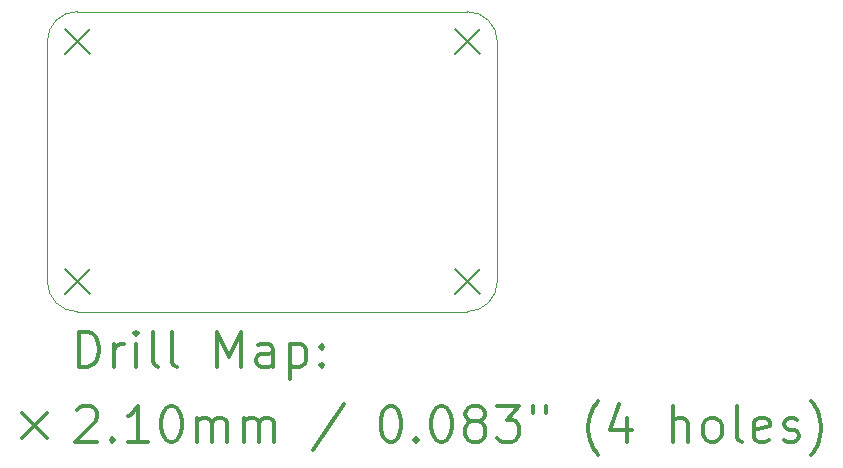
<source format=gbr>
%FSLAX45Y45*%
G04 Gerber Fmt 4.5, Leading zero omitted, Abs format (unit mm)*
G04 Created by KiCad (PCBNEW (2014-08-29 BZR 5106)-product) date Mon 17 Nov 2014 11:32:29 AM PST*
%MOMM*%
G01*
G04 APERTURE LIST*
%ADD10C,0.127000*%
%ADD11C,0.100000*%
%ADD12C,0.200000*%
%ADD13C,0.300000*%
G04 APERTURE END LIST*
D10*
D11*
X10414000Y-10160000D02*
X13716000Y-10160000D01*
X10160000Y-10414000D02*
X10160000Y-12446000D01*
X13970000Y-12446000D02*
X13970000Y-10414000D01*
X10414000Y-12700000D02*
X13716000Y-12700000D01*
X10414000Y-10160000D02*
G75*
G03X10160000Y-10414000I0J-254000D01*
G74*
G01*
X13970000Y-10414000D02*
G75*
G03X13716000Y-10160000I-254000J0D01*
G74*
G01*
X13716000Y-12700000D02*
G75*
G03X13970000Y-12446000I0J254000D01*
G74*
G01*
X10160000Y-12446000D02*
G75*
G03X10414000Y-12700000I254000J0D01*
G74*
G01*
D12*
X10309000Y-10309000D02*
X10519000Y-10519000D01*
X10519000Y-10309000D02*
X10309000Y-10519000D01*
X10309000Y-12341000D02*
X10519000Y-12551000D01*
X10519000Y-12341000D02*
X10309000Y-12551000D01*
X13611000Y-10309000D02*
X13821000Y-10519000D01*
X13821000Y-10309000D02*
X13611000Y-10519000D01*
X13611000Y-12341000D02*
X13821000Y-12551000D01*
X13821000Y-12341000D02*
X13611000Y-12551000D01*
D13*
X10426429Y-13170714D02*
X10426429Y-12870714D01*
X10497857Y-12870714D01*
X10540714Y-12885000D01*
X10569286Y-12913571D01*
X10583571Y-12942143D01*
X10597857Y-12999286D01*
X10597857Y-13042143D01*
X10583571Y-13099286D01*
X10569286Y-13127857D01*
X10540714Y-13156429D01*
X10497857Y-13170714D01*
X10426429Y-13170714D01*
X10726429Y-13170714D02*
X10726429Y-12970714D01*
X10726429Y-13027857D02*
X10740714Y-12999286D01*
X10755000Y-12985000D01*
X10783571Y-12970714D01*
X10812143Y-12970714D01*
X10912143Y-13170714D02*
X10912143Y-12970714D01*
X10912143Y-12870714D02*
X10897857Y-12885000D01*
X10912143Y-12899286D01*
X10926429Y-12885000D01*
X10912143Y-12870714D01*
X10912143Y-12899286D01*
X11097857Y-13170714D02*
X11069286Y-13156429D01*
X11055000Y-13127857D01*
X11055000Y-12870714D01*
X11255000Y-13170714D02*
X11226428Y-13156429D01*
X11212143Y-13127857D01*
X11212143Y-12870714D01*
X11597857Y-13170714D02*
X11597857Y-12870714D01*
X11697857Y-13085000D01*
X11797857Y-12870714D01*
X11797857Y-13170714D01*
X12069286Y-13170714D02*
X12069286Y-13013571D01*
X12055000Y-12985000D01*
X12026428Y-12970714D01*
X11969286Y-12970714D01*
X11940714Y-12985000D01*
X12069286Y-13156429D02*
X12040714Y-13170714D01*
X11969286Y-13170714D01*
X11940714Y-13156429D01*
X11926428Y-13127857D01*
X11926428Y-13099286D01*
X11940714Y-13070714D01*
X11969286Y-13056429D01*
X12040714Y-13056429D01*
X12069286Y-13042143D01*
X12212143Y-12970714D02*
X12212143Y-13270714D01*
X12212143Y-12985000D02*
X12240714Y-12970714D01*
X12297857Y-12970714D01*
X12326428Y-12985000D01*
X12340714Y-12999286D01*
X12355000Y-13027857D01*
X12355000Y-13113571D01*
X12340714Y-13142143D01*
X12326428Y-13156429D01*
X12297857Y-13170714D01*
X12240714Y-13170714D01*
X12212143Y-13156429D01*
X12483571Y-13142143D02*
X12497857Y-13156429D01*
X12483571Y-13170714D01*
X12469286Y-13156429D01*
X12483571Y-13142143D01*
X12483571Y-13170714D01*
X12483571Y-12985000D02*
X12497857Y-12999286D01*
X12483571Y-13013571D01*
X12469286Y-12999286D01*
X12483571Y-12985000D01*
X12483571Y-13013571D01*
X9945000Y-13560000D02*
X10155000Y-13770000D01*
X10155000Y-13560000D02*
X9945000Y-13770000D01*
X10412143Y-13529286D02*
X10426429Y-13515000D01*
X10455000Y-13500714D01*
X10526429Y-13500714D01*
X10555000Y-13515000D01*
X10569286Y-13529286D01*
X10583571Y-13557857D01*
X10583571Y-13586429D01*
X10569286Y-13629286D01*
X10397857Y-13800714D01*
X10583571Y-13800714D01*
X10712143Y-13772143D02*
X10726429Y-13786429D01*
X10712143Y-13800714D01*
X10697857Y-13786429D01*
X10712143Y-13772143D01*
X10712143Y-13800714D01*
X11012143Y-13800714D02*
X10840714Y-13800714D01*
X10926428Y-13800714D02*
X10926428Y-13500714D01*
X10897857Y-13543571D01*
X10869286Y-13572143D01*
X10840714Y-13586429D01*
X11197857Y-13500714D02*
X11226428Y-13500714D01*
X11255000Y-13515000D01*
X11269286Y-13529286D01*
X11283571Y-13557857D01*
X11297857Y-13615000D01*
X11297857Y-13686429D01*
X11283571Y-13743571D01*
X11269286Y-13772143D01*
X11255000Y-13786429D01*
X11226428Y-13800714D01*
X11197857Y-13800714D01*
X11169286Y-13786429D01*
X11155000Y-13772143D01*
X11140714Y-13743571D01*
X11126429Y-13686429D01*
X11126429Y-13615000D01*
X11140714Y-13557857D01*
X11155000Y-13529286D01*
X11169286Y-13515000D01*
X11197857Y-13500714D01*
X11426428Y-13800714D02*
X11426428Y-13600714D01*
X11426428Y-13629286D02*
X11440714Y-13615000D01*
X11469286Y-13600714D01*
X11512143Y-13600714D01*
X11540714Y-13615000D01*
X11555000Y-13643571D01*
X11555000Y-13800714D01*
X11555000Y-13643571D02*
X11569286Y-13615000D01*
X11597857Y-13600714D01*
X11640714Y-13600714D01*
X11669286Y-13615000D01*
X11683571Y-13643571D01*
X11683571Y-13800714D01*
X11826428Y-13800714D02*
X11826428Y-13600714D01*
X11826428Y-13629286D02*
X11840714Y-13615000D01*
X11869286Y-13600714D01*
X11912143Y-13600714D01*
X11940714Y-13615000D01*
X11955000Y-13643571D01*
X11955000Y-13800714D01*
X11955000Y-13643571D02*
X11969286Y-13615000D01*
X11997857Y-13600714D01*
X12040714Y-13600714D01*
X12069286Y-13615000D01*
X12083571Y-13643571D01*
X12083571Y-13800714D01*
X12669286Y-13486429D02*
X12412143Y-13872143D01*
X13055000Y-13500714D02*
X13083571Y-13500714D01*
X13112143Y-13515000D01*
X13126428Y-13529286D01*
X13140714Y-13557857D01*
X13155000Y-13615000D01*
X13155000Y-13686429D01*
X13140714Y-13743571D01*
X13126428Y-13772143D01*
X13112143Y-13786429D01*
X13083571Y-13800714D01*
X13055000Y-13800714D01*
X13026428Y-13786429D01*
X13012143Y-13772143D01*
X12997857Y-13743571D01*
X12983571Y-13686429D01*
X12983571Y-13615000D01*
X12997857Y-13557857D01*
X13012143Y-13529286D01*
X13026428Y-13515000D01*
X13055000Y-13500714D01*
X13283571Y-13772143D02*
X13297857Y-13786429D01*
X13283571Y-13800714D01*
X13269286Y-13786429D01*
X13283571Y-13772143D01*
X13283571Y-13800714D01*
X13483571Y-13500714D02*
X13512143Y-13500714D01*
X13540714Y-13515000D01*
X13555000Y-13529286D01*
X13569285Y-13557857D01*
X13583571Y-13615000D01*
X13583571Y-13686429D01*
X13569285Y-13743571D01*
X13555000Y-13772143D01*
X13540714Y-13786429D01*
X13512143Y-13800714D01*
X13483571Y-13800714D01*
X13455000Y-13786429D01*
X13440714Y-13772143D01*
X13426428Y-13743571D01*
X13412143Y-13686429D01*
X13412143Y-13615000D01*
X13426428Y-13557857D01*
X13440714Y-13529286D01*
X13455000Y-13515000D01*
X13483571Y-13500714D01*
X13755000Y-13629286D02*
X13726428Y-13615000D01*
X13712143Y-13600714D01*
X13697857Y-13572143D01*
X13697857Y-13557857D01*
X13712143Y-13529286D01*
X13726428Y-13515000D01*
X13755000Y-13500714D01*
X13812143Y-13500714D01*
X13840714Y-13515000D01*
X13855000Y-13529286D01*
X13869285Y-13557857D01*
X13869285Y-13572143D01*
X13855000Y-13600714D01*
X13840714Y-13615000D01*
X13812143Y-13629286D01*
X13755000Y-13629286D01*
X13726428Y-13643571D01*
X13712143Y-13657857D01*
X13697857Y-13686429D01*
X13697857Y-13743571D01*
X13712143Y-13772143D01*
X13726428Y-13786429D01*
X13755000Y-13800714D01*
X13812143Y-13800714D01*
X13840714Y-13786429D01*
X13855000Y-13772143D01*
X13869285Y-13743571D01*
X13869285Y-13686429D01*
X13855000Y-13657857D01*
X13840714Y-13643571D01*
X13812143Y-13629286D01*
X13969285Y-13500714D02*
X14155000Y-13500714D01*
X14055000Y-13615000D01*
X14097857Y-13615000D01*
X14126428Y-13629286D01*
X14140714Y-13643571D01*
X14155000Y-13672143D01*
X14155000Y-13743571D01*
X14140714Y-13772143D01*
X14126428Y-13786429D01*
X14097857Y-13800714D01*
X14012143Y-13800714D01*
X13983571Y-13786429D01*
X13969285Y-13772143D01*
X14269286Y-13500714D02*
X14269286Y-13557857D01*
X14383571Y-13500714D02*
X14383571Y-13557857D01*
X14826428Y-13915000D02*
X14812143Y-13900714D01*
X14783571Y-13857857D01*
X14769285Y-13829286D01*
X14755000Y-13786429D01*
X14740714Y-13715000D01*
X14740714Y-13657857D01*
X14755000Y-13586429D01*
X14769285Y-13543571D01*
X14783571Y-13515000D01*
X14812143Y-13472143D01*
X14826428Y-13457857D01*
X15069285Y-13600714D02*
X15069285Y-13800714D01*
X14997857Y-13486429D02*
X14926428Y-13700714D01*
X15112143Y-13700714D01*
X15455000Y-13800714D02*
X15455000Y-13500714D01*
X15583571Y-13800714D02*
X15583571Y-13643571D01*
X15569285Y-13615000D01*
X15540714Y-13600714D01*
X15497857Y-13600714D01*
X15469285Y-13615000D01*
X15455000Y-13629286D01*
X15769285Y-13800714D02*
X15740714Y-13786429D01*
X15726428Y-13772143D01*
X15712143Y-13743571D01*
X15712143Y-13657857D01*
X15726428Y-13629286D01*
X15740714Y-13615000D01*
X15769285Y-13600714D01*
X15812143Y-13600714D01*
X15840714Y-13615000D01*
X15855000Y-13629286D01*
X15869285Y-13657857D01*
X15869285Y-13743571D01*
X15855000Y-13772143D01*
X15840714Y-13786429D01*
X15812143Y-13800714D01*
X15769285Y-13800714D01*
X16040714Y-13800714D02*
X16012143Y-13786429D01*
X15997857Y-13757857D01*
X15997857Y-13500714D01*
X16269286Y-13786429D02*
X16240714Y-13800714D01*
X16183571Y-13800714D01*
X16155000Y-13786429D01*
X16140714Y-13757857D01*
X16140714Y-13643571D01*
X16155000Y-13615000D01*
X16183571Y-13600714D01*
X16240714Y-13600714D01*
X16269286Y-13615000D01*
X16283571Y-13643571D01*
X16283571Y-13672143D01*
X16140714Y-13700714D01*
X16397857Y-13786429D02*
X16426428Y-13800714D01*
X16483571Y-13800714D01*
X16512143Y-13786429D01*
X16526428Y-13757857D01*
X16526428Y-13743571D01*
X16512143Y-13715000D01*
X16483571Y-13700714D01*
X16440714Y-13700714D01*
X16412143Y-13686429D01*
X16397857Y-13657857D01*
X16397857Y-13643571D01*
X16412143Y-13615000D01*
X16440714Y-13600714D01*
X16483571Y-13600714D01*
X16512143Y-13615000D01*
X16626428Y-13915000D02*
X16640714Y-13900714D01*
X16669286Y-13857857D01*
X16683571Y-13829286D01*
X16697857Y-13786429D01*
X16712143Y-13715000D01*
X16712143Y-13657857D01*
X16697857Y-13586429D01*
X16683571Y-13543571D01*
X16669286Y-13515000D01*
X16640714Y-13472143D01*
X16626428Y-13457857D01*
M02*

</source>
